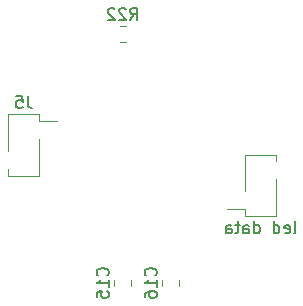
<source format=gbr>
%TF.GenerationSoftware,KiCad,Pcbnew,(5.1.6)-1*%
%TF.CreationDate,2020-11-07T21:03:07+00:00*%
%TF.ProjectId,ninja_iron,6e696e6a-615f-4697-926f-6e2e6b696361,rev?*%
%TF.SameCoordinates,Original*%
%TF.FileFunction,Legend,Bot*%
%TF.FilePolarity,Positive*%
%FSLAX46Y46*%
G04 Gerber Fmt 4.6, Leading zero omitted, Abs format (unit mm)*
G04 Created by KiCad (PCBNEW (5.1.6)-1) date 2020-11-07 21:03:07*
%MOMM*%
%LPD*%
G01*
G04 APERTURE LIST*
%ADD10C,0.120000*%
%ADD11C,0.150000*%
G04 APERTURE END LIST*
D10*
%TO.C,R22*%
X100083252Y-47954000D02*
X99560748Y-47954000D01*
X100083252Y-46534000D02*
X99560748Y-46534000D01*
%TO.C,C15*%
X99112000Y-68064748D02*
X99112000Y-68587252D01*
X100532000Y-68064748D02*
X100532000Y-68587252D01*
%TO.C,C16*%
X103176000Y-68064748D02*
X103176000Y-68587252D01*
X104596000Y-68064748D02*
X104596000Y-68587252D01*
%TO.C,J5*%
X92770000Y-56132000D02*
X92770000Y-59242000D01*
X90110000Y-58672000D02*
X90110000Y-59242000D01*
X92770000Y-54042000D02*
X92770000Y-54612000D01*
X92770000Y-54612000D02*
X94290000Y-54612000D01*
X90110000Y-54042000D02*
X90110000Y-57152000D01*
X92770000Y-59242000D02*
X90110000Y-59242000D01*
X92770000Y-54042000D02*
X90110000Y-54042000D01*
%TO.C,led data*%
X110176000Y-60577000D02*
X110176000Y-57467000D01*
X112836000Y-58037000D02*
X112836000Y-57467000D01*
X110176000Y-62667000D02*
X110176000Y-62097000D01*
X110176000Y-62097000D02*
X108656000Y-62097000D01*
X112836000Y-62667000D02*
X112836000Y-59557000D01*
X110176000Y-57467000D02*
X112836000Y-57467000D01*
X110176000Y-62667000D02*
X112836000Y-62667000D01*
%TO.C,R22*%
D11*
X100464857Y-46046380D02*
X100798190Y-45570190D01*
X101036285Y-46046380D02*
X101036285Y-45046380D01*
X100655333Y-45046380D01*
X100560095Y-45094000D01*
X100512476Y-45141619D01*
X100464857Y-45236857D01*
X100464857Y-45379714D01*
X100512476Y-45474952D01*
X100560095Y-45522571D01*
X100655333Y-45570190D01*
X101036285Y-45570190D01*
X100083904Y-45141619D02*
X100036285Y-45094000D01*
X99941047Y-45046380D01*
X99702952Y-45046380D01*
X99607714Y-45094000D01*
X99560095Y-45141619D01*
X99512476Y-45236857D01*
X99512476Y-45332095D01*
X99560095Y-45474952D01*
X100131523Y-46046380D01*
X99512476Y-46046380D01*
X99131523Y-45141619D02*
X99083904Y-45094000D01*
X98988666Y-45046380D01*
X98750571Y-45046380D01*
X98655333Y-45094000D01*
X98607714Y-45141619D01*
X98560095Y-45236857D01*
X98560095Y-45332095D01*
X98607714Y-45474952D01*
X99179142Y-46046380D01*
X98560095Y-46046380D01*
%TO.C,C15*%
X98529142Y-67683142D02*
X98576761Y-67635523D01*
X98624380Y-67492666D01*
X98624380Y-67397428D01*
X98576761Y-67254571D01*
X98481523Y-67159333D01*
X98386285Y-67111714D01*
X98195809Y-67064095D01*
X98052952Y-67064095D01*
X97862476Y-67111714D01*
X97767238Y-67159333D01*
X97672000Y-67254571D01*
X97624380Y-67397428D01*
X97624380Y-67492666D01*
X97672000Y-67635523D01*
X97719619Y-67683142D01*
X98624380Y-68635523D02*
X98624380Y-68064095D01*
X98624380Y-68349809D02*
X97624380Y-68349809D01*
X97767238Y-68254571D01*
X97862476Y-68159333D01*
X97910095Y-68064095D01*
X97624380Y-69540285D02*
X97624380Y-69064095D01*
X98100571Y-69016476D01*
X98052952Y-69064095D01*
X98005333Y-69159333D01*
X98005333Y-69397428D01*
X98052952Y-69492666D01*
X98100571Y-69540285D01*
X98195809Y-69587904D01*
X98433904Y-69587904D01*
X98529142Y-69540285D01*
X98576761Y-69492666D01*
X98624380Y-69397428D01*
X98624380Y-69159333D01*
X98576761Y-69064095D01*
X98529142Y-69016476D01*
%TO.C,C16*%
X102593142Y-67683142D02*
X102640761Y-67635523D01*
X102688380Y-67492666D01*
X102688380Y-67397428D01*
X102640761Y-67254571D01*
X102545523Y-67159333D01*
X102450285Y-67111714D01*
X102259809Y-67064095D01*
X102116952Y-67064095D01*
X101926476Y-67111714D01*
X101831238Y-67159333D01*
X101736000Y-67254571D01*
X101688380Y-67397428D01*
X101688380Y-67492666D01*
X101736000Y-67635523D01*
X101783619Y-67683142D01*
X102688380Y-68635523D02*
X102688380Y-68064095D01*
X102688380Y-68349809D02*
X101688380Y-68349809D01*
X101831238Y-68254571D01*
X101926476Y-68159333D01*
X101974095Y-68064095D01*
X101688380Y-69492666D02*
X101688380Y-69302190D01*
X101736000Y-69206952D01*
X101783619Y-69159333D01*
X101926476Y-69064095D01*
X102116952Y-69016476D01*
X102497904Y-69016476D01*
X102593142Y-69064095D01*
X102640761Y-69111714D01*
X102688380Y-69206952D01*
X102688380Y-69397428D01*
X102640761Y-69492666D01*
X102593142Y-69540285D01*
X102497904Y-69587904D01*
X102259809Y-69587904D01*
X102164571Y-69540285D01*
X102116952Y-69492666D01*
X102069333Y-69397428D01*
X102069333Y-69206952D01*
X102116952Y-69111714D01*
X102164571Y-69064095D01*
X102259809Y-69016476D01*
%TO.C,J5*%
X91773333Y-52494380D02*
X91773333Y-53208666D01*
X91820952Y-53351523D01*
X91916190Y-53446761D01*
X92059047Y-53494380D01*
X92154285Y-53494380D01*
X90820952Y-52494380D02*
X91297142Y-52494380D01*
X91344761Y-52970571D01*
X91297142Y-52922952D01*
X91201904Y-52875333D01*
X90963809Y-52875333D01*
X90868571Y-52922952D01*
X90820952Y-52970571D01*
X90773333Y-53065809D01*
X90773333Y-53303904D01*
X90820952Y-53399142D01*
X90868571Y-53446761D01*
X90963809Y-53494380D01*
X91201904Y-53494380D01*
X91297142Y-53446761D01*
X91344761Y-53399142D01*
%TO.C,led data*%
X114291714Y-64119380D02*
X114386952Y-64071761D01*
X114434571Y-63976523D01*
X114434571Y-63119380D01*
X113529809Y-64071761D02*
X113625047Y-64119380D01*
X113815523Y-64119380D01*
X113910761Y-64071761D01*
X113958380Y-63976523D01*
X113958380Y-63595571D01*
X113910761Y-63500333D01*
X113815523Y-63452714D01*
X113625047Y-63452714D01*
X113529809Y-63500333D01*
X113482190Y-63595571D01*
X113482190Y-63690809D01*
X113958380Y-63786047D01*
X112625047Y-64119380D02*
X112625047Y-63119380D01*
X112625047Y-64071761D02*
X112720285Y-64119380D01*
X112910761Y-64119380D01*
X113006000Y-64071761D01*
X113053619Y-64024142D01*
X113101238Y-63928904D01*
X113101238Y-63643190D01*
X113053619Y-63547952D01*
X113006000Y-63500333D01*
X112910761Y-63452714D01*
X112720285Y-63452714D01*
X112625047Y-63500333D01*
X110958380Y-64119380D02*
X110958380Y-63119380D01*
X110958380Y-64071761D02*
X111053619Y-64119380D01*
X111244095Y-64119380D01*
X111339333Y-64071761D01*
X111386952Y-64024142D01*
X111434571Y-63928904D01*
X111434571Y-63643190D01*
X111386952Y-63547952D01*
X111339333Y-63500333D01*
X111244095Y-63452714D01*
X111053619Y-63452714D01*
X110958380Y-63500333D01*
X110053619Y-64119380D02*
X110053619Y-63595571D01*
X110101238Y-63500333D01*
X110196476Y-63452714D01*
X110386952Y-63452714D01*
X110482190Y-63500333D01*
X110053619Y-64071761D02*
X110148857Y-64119380D01*
X110386952Y-64119380D01*
X110482190Y-64071761D01*
X110529809Y-63976523D01*
X110529809Y-63881285D01*
X110482190Y-63786047D01*
X110386952Y-63738428D01*
X110148857Y-63738428D01*
X110053619Y-63690809D01*
X109720285Y-63452714D02*
X109339333Y-63452714D01*
X109577428Y-63119380D02*
X109577428Y-63976523D01*
X109529809Y-64071761D01*
X109434571Y-64119380D01*
X109339333Y-64119380D01*
X108577428Y-64119380D02*
X108577428Y-63595571D01*
X108625047Y-63500333D01*
X108720285Y-63452714D01*
X108910761Y-63452714D01*
X109006000Y-63500333D01*
X108577428Y-64071761D02*
X108672666Y-64119380D01*
X108910761Y-64119380D01*
X109006000Y-64071761D01*
X109053619Y-63976523D01*
X109053619Y-63881285D01*
X109006000Y-63786047D01*
X108910761Y-63738428D01*
X108672666Y-63738428D01*
X108577428Y-63690809D01*
%TD*%
M02*

</source>
